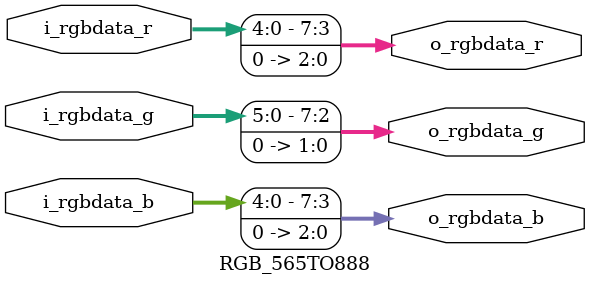
<source format=v>
module RGB_565TO888(
    input       [4:0]       i_rgbdata_r,
    input       [5:0]       i_rgbdata_g,
    input       [4:0]       i_rgbdata_b,
    output      [7:0]       o_rgbdata_r,
    output      [7:0]       o_rgbdata_g,
    output      [7:0]       o_rgbdata_b
);
    assign      o_rgbdata_r = {i_rgbdata_r,3'd0};
    assign      o_rgbdata_g = {i_rgbdata_g,2'd0};
    assign      o_rgbdata_b = {i_rgbdata_b,3'd0};

endmodule
</source>
